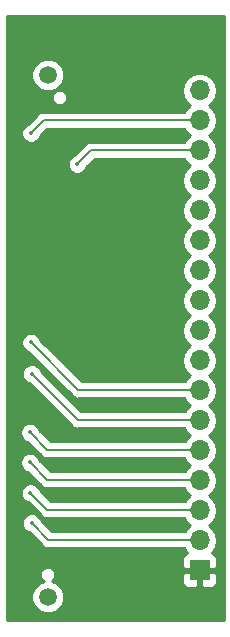
<source format=gbr>
G04 #@! TF.GenerationSoftware,KiCad,Pcbnew,5.0.0*
G04 #@! TF.CreationDate,2018-07-30T20:07:15-05:00*
G04 #@! TF.ProjectId,CardedgeBreakout,4361726465646765427265616B6F7574,rev?*
G04 #@! TF.SameCoordinates,Original*
G04 #@! TF.FileFunction,Copper,L2,Bot,Signal*
G04 #@! TF.FilePolarity,Positive*
%FSLAX46Y46*%
G04 Gerber Fmt 4.6, Leading zero omitted, Abs format (unit mm)*
G04 Created by KiCad (PCBNEW 5.0.0) date Mon Jul 30 20:07:15 2018*
%MOMM*%
%LPD*%
G01*
G04 APERTURE LIST*
G04 #@! TA.AperFunction,ComponentPad*
%ADD10C,1.500000*%
G04 #@! TD*
G04 #@! TA.AperFunction,ComponentPad*
%ADD11R,1.700000X1.700000*%
G04 #@! TD*
G04 #@! TA.AperFunction,ComponentPad*
%ADD12O,1.700000X1.700000*%
G04 #@! TD*
G04 #@! TA.AperFunction,ViaPad*
%ADD13C,0.355600*%
G04 #@! TD*
G04 #@! TA.AperFunction,Conductor*
%ADD14C,0.177800*%
G04 #@! TD*
G04 #@! TA.AperFunction,Conductor*
%ADD15C,0.254000*%
G04 #@! TD*
G04 APERTURE END LIST*
D10*
G04 #@! TO.P,P5,*
G04 #@! TO.N,*
X198348600Y-155424600D03*
X198348600Y-111224600D03*
G04 #@! TD*
D11*
G04 #@! TO.P,J4,1*
G04 #@! TO.N,+5V*
X211201000Y-153187400D03*
D12*
G04 #@! TO.P,J4,2*
G04 #@! TO.N,MIO51*
X211201000Y-150647400D03*
G04 #@! TO.P,J4,3*
G04 #@! TO.N,MIO49*
X211201000Y-148107400D03*
G04 #@! TO.P,J4,4*
G04 #@! TO.N,MIO47*
X211201000Y-145567400D03*
G04 #@! TO.P,J4,5*
G04 #@! TO.N,MIO46*
X211201000Y-143027400D03*
G04 #@! TO.P,J4,6*
G04 #@! TO.N,MIO11*
X211201000Y-140487400D03*
G04 #@! TO.P,J4,7*
G04 #@! TO.N,MIO12*
X211201000Y-137947400D03*
G04 #@! TO.P,J4,8*
G04 #@! TO.N,MIO48*
X211201000Y-135407400D03*
G04 #@! TO.P,J4,9*
G04 #@! TO.N,MIO0*
X211201000Y-132867400D03*
G04 #@! TO.P,J4,10*
G04 #@! TO.N,MIO14*
X211201000Y-130327400D03*
G04 #@! TO.P,J4,11*
G04 #@! TO.N,MIO13*
X211201000Y-127787400D03*
G04 #@! TO.P,J4,12*
G04 #@! TO.N,MIO10*
X211201000Y-125247400D03*
G04 #@! TO.P,J4,13*
G04 #@! TO.N,MIO15*
X211201000Y-122707400D03*
G04 #@! TO.P,J4,14*
G04 #@! TO.N,PWR_ENABLE*
X211201000Y-120167400D03*
G04 #@! TO.P,J4,15*
G04 #@! TO.N,PG_MODULE*
X211201000Y-117627400D03*
G04 #@! TO.P,J4,16*
G04 #@! TO.N,FPGA_DONE*
X211201000Y-115087400D03*
G04 #@! TO.P,J4,17*
G04 #@! TO.N,GND*
X211201000Y-112547400D03*
G04 #@! TD*
D13*
G04 #@! TO.N,+5V*
X198297800Y-130225800D03*
G04 #@! TO.N,MIO51*
X196977000Y-149174200D03*
G04 #@! TO.N,MIO49*
X196875400Y-146634200D03*
G04 #@! TO.N,MIO47*
X196824600Y-144043400D03*
G04 #@! TO.N,MIO46*
X196824600Y-141503400D03*
G04 #@! TO.N,MIO11*
X196977000Y-136525000D03*
G04 #@! TO.N,MIO12*
X196926200Y-133883400D03*
G04 #@! TO.N,PG_MODULE*
X200837800Y-118795800D03*
G04 #@! TO.N,FPGA_DONE*
X196926200Y-116154200D03*
G04 #@! TD*
D14*
G04 #@! TO.N,+5V*
X198297800Y-130225800D02*
X198297800Y-130175000D01*
G04 #@! TO.N,MIO51*
X198399400Y-150596600D02*
X196977000Y-149174200D01*
X210642200Y-150596600D02*
X198399400Y-150596600D01*
G04 #@! TO.N,MIO49*
X198297800Y-148056600D02*
X196875400Y-146634200D01*
X210642200Y-148056600D02*
X198297800Y-148056600D01*
G04 #@! TO.N,MIO47*
X198297800Y-145516600D02*
X196824600Y-144043400D01*
X210642200Y-145516600D02*
X198297800Y-145516600D01*
G04 #@! TO.N,MIO46*
X198297800Y-142976600D02*
X196824600Y-141503400D01*
X210642200Y-142976600D02*
X198297800Y-142976600D01*
G04 #@! TO.N,MIO11*
X200888600Y-140436600D02*
X196977000Y-136525000D01*
X210642200Y-140436600D02*
X200888600Y-140436600D01*
G04 #@! TO.N,MIO12*
X200939400Y-137896600D02*
X196926200Y-133883400D01*
X210642200Y-137896600D02*
X200939400Y-137896600D01*
G04 #@! TO.N,PG_MODULE*
X202006200Y-117627400D02*
X200837800Y-118795800D01*
X211201000Y-117627400D02*
X202006200Y-117627400D01*
G04 #@! TO.N,FPGA_DONE*
X197993000Y-115087400D02*
X196926200Y-116154200D01*
X211201000Y-115087400D02*
X197993000Y-115087400D01*
G04 #@! TD*
D15*
G04 #@! TO.N,+5V*
G36*
X213234200Y-157405000D02*
X194893000Y-157405000D01*
X194893000Y-155149106D01*
X196963600Y-155149106D01*
X196963600Y-155700094D01*
X197174453Y-156209140D01*
X197564060Y-156598747D01*
X198073106Y-156809600D01*
X198624094Y-156809600D01*
X199133140Y-156598747D01*
X199522747Y-156209140D01*
X199733600Y-155700094D01*
X199733600Y-155149106D01*
X199522747Y-154640060D01*
X199133140Y-154250453D01*
X198688319Y-154066203D01*
X198708298Y-154057927D01*
X198886927Y-153879298D01*
X198983600Y-153645909D01*
X198983600Y-153473150D01*
X209716000Y-153473150D01*
X209716000Y-154163710D01*
X209812673Y-154397099D01*
X209991302Y-154575727D01*
X210224691Y-154672400D01*
X210915250Y-154672400D01*
X211074000Y-154513650D01*
X211074000Y-153314400D01*
X211328000Y-153314400D01*
X211328000Y-154513650D01*
X211486750Y-154672400D01*
X212177309Y-154672400D01*
X212410698Y-154575727D01*
X212589327Y-154397099D01*
X212686000Y-154163710D01*
X212686000Y-153473150D01*
X212527250Y-153314400D01*
X211328000Y-153314400D01*
X211074000Y-153314400D01*
X209874750Y-153314400D01*
X209716000Y-153473150D01*
X198983600Y-153473150D01*
X198983600Y-153393291D01*
X198886927Y-153159902D01*
X198708298Y-152981273D01*
X198474909Y-152884600D01*
X198222291Y-152884600D01*
X197988902Y-152981273D01*
X197810273Y-153159902D01*
X197713600Y-153393291D01*
X197713600Y-153645909D01*
X197810273Y-153879298D01*
X197988902Y-154057927D01*
X198008881Y-154066203D01*
X197564060Y-154250453D01*
X197174453Y-154640060D01*
X196963600Y-155149106D01*
X194893000Y-155149106D01*
X194893000Y-141341724D01*
X196011800Y-141341724D01*
X196011800Y-141665076D01*
X196135541Y-141963814D01*
X196364186Y-142192459D01*
X196578811Y-142281359D01*
X197735509Y-143438058D01*
X197775897Y-143498503D01*
X198015348Y-143658499D01*
X198226502Y-143700500D01*
X198226503Y-143700500D01*
X198297799Y-143714682D01*
X198369096Y-143700500D01*
X209864757Y-143700500D01*
X210130375Y-144098025D01*
X210428761Y-144297400D01*
X210130375Y-144496775D01*
X209932644Y-144792700D01*
X198597649Y-144792700D01*
X197602559Y-143797611D01*
X197513659Y-143582986D01*
X197285014Y-143354341D01*
X196986276Y-143230600D01*
X196662924Y-143230600D01*
X196364186Y-143354341D01*
X196135541Y-143582986D01*
X196011800Y-143881724D01*
X196011800Y-144205076D01*
X196135541Y-144503814D01*
X196364186Y-144732459D01*
X196578811Y-144821359D01*
X197735509Y-145978058D01*
X197775897Y-146038503D01*
X198015348Y-146198499D01*
X198226502Y-146240500D01*
X198226503Y-146240500D01*
X198297799Y-146254682D01*
X198369096Y-146240500D01*
X209864757Y-146240500D01*
X210130375Y-146638025D01*
X210428761Y-146837400D01*
X210130375Y-147036775D01*
X209932644Y-147332700D01*
X198597649Y-147332700D01*
X197653359Y-146388411D01*
X197564459Y-146173786D01*
X197335814Y-145945141D01*
X197037076Y-145821400D01*
X196713724Y-145821400D01*
X196414986Y-145945141D01*
X196186341Y-146173786D01*
X196062600Y-146472524D01*
X196062600Y-146795876D01*
X196186341Y-147094614D01*
X196414986Y-147323259D01*
X196629611Y-147412159D01*
X197735509Y-148518058D01*
X197775897Y-148578503D01*
X198015348Y-148738499D01*
X198226502Y-148780500D01*
X198226503Y-148780500D01*
X198297799Y-148794682D01*
X198369096Y-148780500D01*
X209864757Y-148780500D01*
X210130375Y-149178025D01*
X210428761Y-149377400D01*
X210130375Y-149576775D01*
X209932644Y-149872700D01*
X198699249Y-149872700D01*
X197754959Y-148928411D01*
X197666059Y-148713786D01*
X197437414Y-148485141D01*
X197138676Y-148361400D01*
X196815324Y-148361400D01*
X196516586Y-148485141D01*
X196287941Y-148713786D01*
X196164200Y-149012524D01*
X196164200Y-149335876D01*
X196287941Y-149634614D01*
X196516586Y-149863259D01*
X196731211Y-149952159D01*
X197837109Y-151058058D01*
X197877497Y-151118503D01*
X198116948Y-151278499D01*
X198328102Y-151320500D01*
X198328103Y-151320500D01*
X198399399Y-151334682D01*
X198470696Y-151320500D01*
X209864757Y-151320500D01*
X210130375Y-151718025D01*
X210152033Y-151732496D01*
X209991302Y-151799073D01*
X209812673Y-151977701D01*
X209716000Y-152211090D01*
X209716000Y-152901650D01*
X209874750Y-153060400D01*
X211074000Y-153060400D01*
X211074000Y-153040400D01*
X211328000Y-153040400D01*
X211328000Y-153060400D01*
X212527250Y-153060400D01*
X212686000Y-152901650D01*
X212686000Y-152211090D01*
X212589327Y-151977701D01*
X212410698Y-151799073D01*
X212249967Y-151732496D01*
X212271625Y-151718025D01*
X212599839Y-151226818D01*
X212715092Y-150647400D01*
X212599839Y-150067982D01*
X212271625Y-149576775D01*
X211973239Y-149377400D01*
X212271625Y-149178025D01*
X212599839Y-148686818D01*
X212715092Y-148107400D01*
X212599839Y-147527982D01*
X212271625Y-147036775D01*
X211973239Y-146837400D01*
X212271625Y-146638025D01*
X212599839Y-146146818D01*
X212715092Y-145567400D01*
X212599839Y-144987982D01*
X212271625Y-144496775D01*
X211973239Y-144297400D01*
X212271625Y-144098025D01*
X212599839Y-143606818D01*
X212715092Y-143027400D01*
X212599839Y-142447982D01*
X212271625Y-141956775D01*
X211973239Y-141757400D01*
X212271625Y-141558025D01*
X212599839Y-141066818D01*
X212715092Y-140487400D01*
X212599839Y-139907982D01*
X212271625Y-139416775D01*
X211973239Y-139217400D01*
X212271625Y-139018025D01*
X212599839Y-138526818D01*
X212715092Y-137947400D01*
X212599839Y-137367982D01*
X212271625Y-136876775D01*
X211973239Y-136677400D01*
X212271625Y-136478025D01*
X212599839Y-135986818D01*
X212715092Y-135407400D01*
X212599839Y-134827982D01*
X212271625Y-134336775D01*
X211973239Y-134137400D01*
X212271625Y-133938025D01*
X212599839Y-133446818D01*
X212715092Y-132867400D01*
X212599839Y-132287982D01*
X212271625Y-131796775D01*
X211973239Y-131597400D01*
X212271625Y-131398025D01*
X212599839Y-130906818D01*
X212715092Y-130327400D01*
X212599839Y-129747982D01*
X212271625Y-129256775D01*
X211973239Y-129057400D01*
X212271625Y-128858025D01*
X212599839Y-128366818D01*
X212715092Y-127787400D01*
X212599839Y-127207982D01*
X212271625Y-126716775D01*
X211973239Y-126517400D01*
X212271625Y-126318025D01*
X212599839Y-125826818D01*
X212715092Y-125247400D01*
X212599839Y-124667982D01*
X212271625Y-124176775D01*
X211973239Y-123977400D01*
X212271625Y-123778025D01*
X212599839Y-123286818D01*
X212715092Y-122707400D01*
X212599839Y-122127982D01*
X212271625Y-121636775D01*
X211973239Y-121437400D01*
X212271625Y-121238025D01*
X212599839Y-120746818D01*
X212715092Y-120167400D01*
X212599839Y-119587982D01*
X212271625Y-119096775D01*
X211973239Y-118897400D01*
X212271625Y-118698025D01*
X212599839Y-118206818D01*
X212715092Y-117627400D01*
X212599839Y-117047982D01*
X212271625Y-116556775D01*
X211973239Y-116357400D01*
X212271625Y-116158025D01*
X212599839Y-115666818D01*
X212715092Y-115087400D01*
X212599839Y-114507982D01*
X212271625Y-114016775D01*
X211973239Y-113817400D01*
X212271625Y-113618025D01*
X212599839Y-113126818D01*
X212715092Y-112547400D01*
X212599839Y-111967982D01*
X212271625Y-111476775D01*
X211780418Y-111148561D01*
X211347256Y-111062400D01*
X211054744Y-111062400D01*
X210621582Y-111148561D01*
X210130375Y-111476775D01*
X209802161Y-111967982D01*
X209686908Y-112547400D01*
X209802161Y-113126818D01*
X210130375Y-113618025D01*
X210428761Y-113817400D01*
X210130375Y-114016775D01*
X209898701Y-114363500D01*
X198064297Y-114363500D01*
X197992999Y-114349318D01*
X197710548Y-114405501D01*
X197471097Y-114565497D01*
X197430709Y-114625942D01*
X196680411Y-115376241D01*
X196465786Y-115465141D01*
X196237141Y-115693786D01*
X196113400Y-115992524D01*
X196113400Y-116315876D01*
X196237141Y-116614614D01*
X196465786Y-116843259D01*
X196764524Y-116967000D01*
X197087876Y-116967000D01*
X197386614Y-116843259D01*
X197615259Y-116614614D01*
X197704159Y-116399989D01*
X198292849Y-115811300D01*
X209898701Y-115811300D01*
X210130375Y-116158025D01*
X210428761Y-116357400D01*
X210130375Y-116556775D01*
X209898701Y-116903500D01*
X202077497Y-116903500D01*
X202006199Y-116889318D01*
X201723748Y-116945501D01*
X201484297Y-117105497D01*
X201443909Y-117165942D01*
X200592011Y-118017841D01*
X200377386Y-118106741D01*
X200148741Y-118335386D01*
X200025000Y-118634124D01*
X200025000Y-118957476D01*
X200148741Y-119256214D01*
X200377386Y-119484859D01*
X200676124Y-119608600D01*
X200999476Y-119608600D01*
X201298214Y-119484859D01*
X201526859Y-119256214D01*
X201615759Y-119041589D01*
X202306049Y-118351300D01*
X209898701Y-118351300D01*
X210130375Y-118698025D01*
X210428761Y-118897400D01*
X210130375Y-119096775D01*
X209802161Y-119587982D01*
X209686908Y-120167400D01*
X209802161Y-120746818D01*
X210130375Y-121238025D01*
X210428761Y-121437400D01*
X210130375Y-121636775D01*
X209802161Y-122127982D01*
X209686908Y-122707400D01*
X209802161Y-123286818D01*
X210130375Y-123778025D01*
X210428761Y-123977400D01*
X210130375Y-124176775D01*
X209802161Y-124667982D01*
X209686908Y-125247400D01*
X209802161Y-125826818D01*
X210130375Y-126318025D01*
X210428761Y-126517400D01*
X210130375Y-126716775D01*
X209802161Y-127207982D01*
X209686908Y-127787400D01*
X209802161Y-128366818D01*
X210130375Y-128858025D01*
X210428761Y-129057400D01*
X210130375Y-129256775D01*
X209802161Y-129747982D01*
X209686908Y-130327400D01*
X209802161Y-130906818D01*
X210130375Y-131398025D01*
X210428761Y-131597400D01*
X210130375Y-131796775D01*
X209802161Y-132287982D01*
X209686908Y-132867400D01*
X209802161Y-133446818D01*
X210130375Y-133938025D01*
X210428761Y-134137400D01*
X210130375Y-134336775D01*
X209802161Y-134827982D01*
X209686908Y-135407400D01*
X209802161Y-135986818D01*
X210130375Y-136478025D01*
X210428761Y-136677400D01*
X210130375Y-136876775D01*
X209932644Y-137172700D01*
X201239249Y-137172700D01*
X197704160Y-133637611D01*
X197615259Y-133422986D01*
X197386614Y-133194341D01*
X197087876Y-133070600D01*
X196764524Y-133070600D01*
X196465786Y-133194341D01*
X196237141Y-133422986D01*
X196113400Y-133721724D01*
X196113400Y-134045076D01*
X196237141Y-134343814D01*
X196465786Y-134572459D01*
X196680411Y-134661360D01*
X200377109Y-138358058D01*
X200417497Y-138418503D01*
X200579602Y-138526818D01*
X200656948Y-138578499D01*
X200939400Y-138634682D01*
X201010698Y-138620500D01*
X209864757Y-138620500D01*
X210130375Y-139018025D01*
X210428761Y-139217400D01*
X210130375Y-139416775D01*
X209932644Y-139712700D01*
X201188450Y-139712700D01*
X197754959Y-136279211D01*
X197666059Y-136064586D01*
X197437414Y-135835941D01*
X197138676Y-135712200D01*
X196815324Y-135712200D01*
X196516586Y-135835941D01*
X196287941Y-136064586D01*
X196164200Y-136363324D01*
X196164200Y-136686676D01*
X196287941Y-136985414D01*
X196516586Y-137214059D01*
X196731211Y-137302959D01*
X200326311Y-140898061D01*
X200366697Y-140958503D01*
X200427139Y-140998889D01*
X200427140Y-140998890D01*
X200606148Y-141118499D01*
X200888600Y-141174682D01*
X200959898Y-141160500D01*
X209864757Y-141160500D01*
X210130375Y-141558025D01*
X210428761Y-141757400D01*
X210130375Y-141956775D01*
X209932644Y-142252700D01*
X198597649Y-142252700D01*
X197602559Y-141257611D01*
X197513659Y-141042986D01*
X197285014Y-140814341D01*
X196986276Y-140690600D01*
X196662924Y-140690600D01*
X196364186Y-140814341D01*
X196135541Y-141042986D01*
X196011800Y-141341724D01*
X194893000Y-141341724D01*
X194893000Y-113003291D01*
X198713600Y-113003291D01*
X198713600Y-113255909D01*
X198810273Y-113489298D01*
X198988902Y-113667927D01*
X199222291Y-113764600D01*
X199474909Y-113764600D01*
X199708298Y-113667927D01*
X199886927Y-113489298D01*
X199983600Y-113255909D01*
X199983600Y-113003291D01*
X199886927Y-112769902D01*
X199708298Y-112591273D01*
X199474909Y-112494600D01*
X199222291Y-112494600D01*
X198988902Y-112591273D01*
X198810273Y-112769902D01*
X198713600Y-113003291D01*
X194893000Y-113003291D01*
X194893000Y-110949106D01*
X196963600Y-110949106D01*
X196963600Y-111500094D01*
X197174453Y-112009140D01*
X197564060Y-112398747D01*
X198073106Y-112609600D01*
X198624094Y-112609600D01*
X199133140Y-112398747D01*
X199522747Y-112009140D01*
X199733600Y-111500094D01*
X199733600Y-110949106D01*
X199522747Y-110440060D01*
X199133140Y-110050453D01*
X198624094Y-109839600D01*
X198073106Y-109839600D01*
X197564060Y-110050453D01*
X197174453Y-110440060D01*
X196963600Y-110949106D01*
X194893000Y-110949106D01*
X194893000Y-106247000D01*
X213234201Y-106247000D01*
X213234200Y-157405000D01*
X213234200Y-157405000D01*
G37*
X213234200Y-157405000D02*
X194893000Y-157405000D01*
X194893000Y-155149106D01*
X196963600Y-155149106D01*
X196963600Y-155700094D01*
X197174453Y-156209140D01*
X197564060Y-156598747D01*
X198073106Y-156809600D01*
X198624094Y-156809600D01*
X199133140Y-156598747D01*
X199522747Y-156209140D01*
X199733600Y-155700094D01*
X199733600Y-155149106D01*
X199522747Y-154640060D01*
X199133140Y-154250453D01*
X198688319Y-154066203D01*
X198708298Y-154057927D01*
X198886927Y-153879298D01*
X198983600Y-153645909D01*
X198983600Y-153473150D01*
X209716000Y-153473150D01*
X209716000Y-154163710D01*
X209812673Y-154397099D01*
X209991302Y-154575727D01*
X210224691Y-154672400D01*
X210915250Y-154672400D01*
X211074000Y-154513650D01*
X211074000Y-153314400D01*
X211328000Y-153314400D01*
X211328000Y-154513650D01*
X211486750Y-154672400D01*
X212177309Y-154672400D01*
X212410698Y-154575727D01*
X212589327Y-154397099D01*
X212686000Y-154163710D01*
X212686000Y-153473150D01*
X212527250Y-153314400D01*
X211328000Y-153314400D01*
X211074000Y-153314400D01*
X209874750Y-153314400D01*
X209716000Y-153473150D01*
X198983600Y-153473150D01*
X198983600Y-153393291D01*
X198886927Y-153159902D01*
X198708298Y-152981273D01*
X198474909Y-152884600D01*
X198222291Y-152884600D01*
X197988902Y-152981273D01*
X197810273Y-153159902D01*
X197713600Y-153393291D01*
X197713600Y-153645909D01*
X197810273Y-153879298D01*
X197988902Y-154057927D01*
X198008881Y-154066203D01*
X197564060Y-154250453D01*
X197174453Y-154640060D01*
X196963600Y-155149106D01*
X194893000Y-155149106D01*
X194893000Y-141341724D01*
X196011800Y-141341724D01*
X196011800Y-141665076D01*
X196135541Y-141963814D01*
X196364186Y-142192459D01*
X196578811Y-142281359D01*
X197735509Y-143438058D01*
X197775897Y-143498503D01*
X198015348Y-143658499D01*
X198226502Y-143700500D01*
X198226503Y-143700500D01*
X198297799Y-143714682D01*
X198369096Y-143700500D01*
X209864757Y-143700500D01*
X210130375Y-144098025D01*
X210428761Y-144297400D01*
X210130375Y-144496775D01*
X209932644Y-144792700D01*
X198597649Y-144792700D01*
X197602559Y-143797611D01*
X197513659Y-143582986D01*
X197285014Y-143354341D01*
X196986276Y-143230600D01*
X196662924Y-143230600D01*
X196364186Y-143354341D01*
X196135541Y-143582986D01*
X196011800Y-143881724D01*
X196011800Y-144205076D01*
X196135541Y-144503814D01*
X196364186Y-144732459D01*
X196578811Y-144821359D01*
X197735509Y-145978058D01*
X197775897Y-146038503D01*
X198015348Y-146198499D01*
X198226502Y-146240500D01*
X198226503Y-146240500D01*
X198297799Y-146254682D01*
X198369096Y-146240500D01*
X209864757Y-146240500D01*
X210130375Y-146638025D01*
X210428761Y-146837400D01*
X210130375Y-147036775D01*
X209932644Y-147332700D01*
X198597649Y-147332700D01*
X197653359Y-146388411D01*
X197564459Y-146173786D01*
X197335814Y-145945141D01*
X197037076Y-145821400D01*
X196713724Y-145821400D01*
X196414986Y-145945141D01*
X196186341Y-146173786D01*
X196062600Y-146472524D01*
X196062600Y-146795876D01*
X196186341Y-147094614D01*
X196414986Y-147323259D01*
X196629611Y-147412159D01*
X197735509Y-148518058D01*
X197775897Y-148578503D01*
X198015348Y-148738499D01*
X198226502Y-148780500D01*
X198226503Y-148780500D01*
X198297799Y-148794682D01*
X198369096Y-148780500D01*
X209864757Y-148780500D01*
X210130375Y-149178025D01*
X210428761Y-149377400D01*
X210130375Y-149576775D01*
X209932644Y-149872700D01*
X198699249Y-149872700D01*
X197754959Y-148928411D01*
X197666059Y-148713786D01*
X197437414Y-148485141D01*
X197138676Y-148361400D01*
X196815324Y-148361400D01*
X196516586Y-148485141D01*
X196287941Y-148713786D01*
X196164200Y-149012524D01*
X196164200Y-149335876D01*
X196287941Y-149634614D01*
X196516586Y-149863259D01*
X196731211Y-149952159D01*
X197837109Y-151058058D01*
X197877497Y-151118503D01*
X198116948Y-151278499D01*
X198328102Y-151320500D01*
X198328103Y-151320500D01*
X198399399Y-151334682D01*
X198470696Y-151320500D01*
X209864757Y-151320500D01*
X210130375Y-151718025D01*
X210152033Y-151732496D01*
X209991302Y-151799073D01*
X209812673Y-151977701D01*
X209716000Y-152211090D01*
X209716000Y-152901650D01*
X209874750Y-153060400D01*
X211074000Y-153060400D01*
X211074000Y-153040400D01*
X211328000Y-153040400D01*
X211328000Y-153060400D01*
X212527250Y-153060400D01*
X212686000Y-152901650D01*
X212686000Y-152211090D01*
X212589327Y-151977701D01*
X212410698Y-151799073D01*
X212249967Y-151732496D01*
X212271625Y-151718025D01*
X212599839Y-151226818D01*
X212715092Y-150647400D01*
X212599839Y-150067982D01*
X212271625Y-149576775D01*
X211973239Y-149377400D01*
X212271625Y-149178025D01*
X212599839Y-148686818D01*
X212715092Y-148107400D01*
X212599839Y-147527982D01*
X212271625Y-147036775D01*
X211973239Y-146837400D01*
X212271625Y-146638025D01*
X212599839Y-146146818D01*
X212715092Y-145567400D01*
X212599839Y-144987982D01*
X212271625Y-144496775D01*
X211973239Y-144297400D01*
X212271625Y-144098025D01*
X212599839Y-143606818D01*
X212715092Y-143027400D01*
X212599839Y-142447982D01*
X212271625Y-141956775D01*
X211973239Y-141757400D01*
X212271625Y-141558025D01*
X212599839Y-141066818D01*
X212715092Y-140487400D01*
X212599839Y-139907982D01*
X212271625Y-139416775D01*
X211973239Y-139217400D01*
X212271625Y-139018025D01*
X212599839Y-138526818D01*
X212715092Y-137947400D01*
X212599839Y-137367982D01*
X212271625Y-136876775D01*
X211973239Y-136677400D01*
X212271625Y-136478025D01*
X212599839Y-135986818D01*
X212715092Y-135407400D01*
X212599839Y-134827982D01*
X212271625Y-134336775D01*
X211973239Y-134137400D01*
X212271625Y-133938025D01*
X212599839Y-133446818D01*
X212715092Y-132867400D01*
X212599839Y-132287982D01*
X212271625Y-131796775D01*
X211973239Y-131597400D01*
X212271625Y-131398025D01*
X212599839Y-130906818D01*
X212715092Y-130327400D01*
X212599839Y-129747982D01*
X212271625Y-129256775D01*
X211973239Y-129057400D01*
X212271625Y-128858025D01*
X212599839Y-128366818D01*
X212715092Y-127787400D01*
X212599839Y-127207982D01*
X212271625Y-126716775D01*
X211973239Y-126517400D01*
X212271625Y-126318025D01*
X212599839Y-125826818D01*
X212715092Y-125247400D01*
X212599839Y-124667982D01*
X212271625Y-124176775D01*
X211973239Y-123977400D01*
X212271625Y-123778025D01*
X212599839Y-123286818D01*
X212715092Y-122707400D01*
X212599839Y-122127982D01*
X212271625Y-121636775D01*
X211973239Y-121437400D01*
X212271625Y-121238025D01*
X212599839Y-120746818D01*
X212715092Y-120167400D01*
X212599839Y-119587982D01*
X212271625Y-119096775D01*
X211973239Y-118897400D01*
X212271625Y-118698025D01*
X212599839Y-118206818D01*
X212715092Y-117627400D01*
X212599839Y-117047982D01*
X212271625Y-116556775D01*
X211973239Y-116357400D01*
X212271625Y-116158025D01*
X212599839Y-115666818D01*
X212715092Y-115087400D01*
X212599839Y-114507982D01*
X212271625Y-114016775D01*
X211973239Y-113817400D01*
X212271625Y-113618025D01*
X212599839Y-113126818D01*
X212715092Y-112547400D01*
X212599839Y-111967982D01*
X212271625Y-111476775D01*
X211780418Y-111148561D01*
X211347256Y-111062400D01*
X211054744Y-111062400D01*
X210621582Y-111148561D01*
X210130375Y-111476775D01*
X209802161Y-111967982D01*
X209686908Y-112547400D01*
X209802161Y-113126818D01*
X210130375Y-113618025D01*
X210428761Y-113817400D01*
X210130375Y-114016775D01*
X209898701Y-114363500D01*
X198064297Y-114363500D01*
X197992999Y-114349318D01*
X197710548Y-114405501D01*
X197471097Y-114565497D01*
X197430709Y-114625942D01*
X196680411Y-115376241D01*
X196465786Y-115465141D01*
X196237141Y-115693786D01*
X196113400Y-115992524D01*
X196113400Y-116315876D01*
X196237141Y-116614614D01*
X196465786Y-116843259D01*
X196764524Y-116967000D01*
X197087876Y-116967000D01*
X197386614Y-116843259D01*
X197615259Y-116614614D01*
X197704159Y-116399989D01*
X198292849Y-115811300D01*
X209898701Y-115811300D01*
X210130375Y-116158025D01*
X210428761Y-116357400D01*
X210130375Y-116556775D01*
X209898701Y-116903500D01*
X202077497Y-116903500D01*
X202006199Y-116889318D01*
X201723748Y-116945501D01*
X201484297Y-117105497D01*
X201443909Y-117165942D01*
X200592011Y-118017841D01*
X200377386Y-118106741D01*
X200148741Y-118335386D01*
X200025000Y-118634124D01*
X200025000Y-118957476D01*
X200148741Y-119256214D01*
X200377386Y-119484859D01*
X200676124Y-119608600D01*
X200999476Y-119608600D01*
X201298214Y-119484859D01*
X201526859Y-119256214D01*
X201615759Y-119041589D01*
X202306049Y-118351300D01*
X209898701Y-118351300D01*
X210130375Y-118698025D01*
X210428761Y-118897400D01*
X210130375Y-119096775D01*
X209802161Y-119587982D01*
X209686908Y-120167400D01*
X209802161Y-120746818D01*
X210130375Y-121238025D01*
X210428761Y-121437400D01*
X210130375Y-121636775D01*
X209802161Y-122127982D01*
X209686908Y-122707400D01*
X209802161Y-123286818D01*
X210130375Y-123778025D01*
X210428761Y-123977400D01*
X210130375Y-124176775D01*
X209802161Y-124667982D01*
X209686908Y-125247400D01*
X209802161Y-125826818D01*
X210130375Y-126318025D01*
X210428761Y-126517400D01*
X210130375Y-126716775D01*
X209802161Y-127207982D01*
X209686908Y-127787400D01*
X209802161Y-128366818D01*
X210130375Y-128858025D01*
X210428761Y-129057400D01*
X210130375Y-129256775D01*
X209802161Y-129747982D01*
X209686908Y-130327400D01*
X209802161Y-130906818D01*
X210130375Y-131398025D01*
X210428761Y-131597400D01*
X210130375Y-131796775D01*
X209802161Y-132287982D01*
X209686908Y-132867400D01*
X209802161Y-133446818D01*
X210130375Y-133938025D01*
X210428761Y-134137400D01*
X210130375Y-134336775D01*
X209802161Y-134827982D01*
X209686908Y-135407400D01*
X209802161Y-135986818D01*
X210130375Y-136478025D01*
X210428761Y-136677400D01*
X210130375Y-136876775D01*
X209932644Y-137172700D01*
X201239249Y-137172700D01*
X197704160Y-133637611D01*
X197615259Y-133422986D01*
X197386614Y-133194341D01*
X197087876Y-133070600D01*
X196764524Y-133070600D01*
X196465786Y-133194341D01*
X196237141Y-133422986D01*
X196113400Y-133721724D01*
X196113400Y-134045076D01*
X196237141Y-134343814D01*
X196465786Y-134572459D01*
X196680411Y-134661360D01*
X200377109Y-138358058D01*
X200417497Y-138418503D01*
X200579602Y-138526818D01*
X200656948Y-138578499D01*
X200939400Y-138634682D01*
X201010698Y-138620500D01*
X209864757Y-138620500D01*
X210130375Y-139018025D01*
X210428761Y-139217400D01*
X210130375Y-139416775D01*
X209932644Y-139712700D01*
X201188450Y-139712700D01*
X197754959Y-136279211D01*
X197666059Y-136064586D01*
X197437414Y-135835941D01*
X197138676Y-135712200D01*
X196815324Y-135712200D01*
X196516586Y-135835941D01*
X196287941Y-136064586D01*
X196164200Y-136363324D01*
X196164200Y-136686676D01*
X196287941Y-136985414D01*
X196516586Y-137214059D01*
X196731211Y-137302959D01*
X200326311Y-140898061D01*
X200366697Y-140958503D01*
X200427139Y-140998889D01*
X200427140Y-140998890D01*
X200606148Y-141118499D01*
X200888600Y-141174682D01*
X200959898Y-141160500D01*
X209864757Y-141160500D01*
X210130375Y-141558025D01*
X210428761Y-141757400D01*
X210130375Y-141956775D01*
X209932644Y-142252700D01*
X198597649Y-142252700D01*
X197602559Y-141257611D01*
X197513659Y-141042986D01*
X197285014Y-140814341D01*
X196986276Y-140690600D01*
X196662924Y-140690600D01*
X196364186Y-140814341D01*
X196135541Y-141042986D01*
X196011800Y-141341724D01*
X194893000Y-141341724D01*
X194893000Y-113003291D01*
X198713600Y-113003291D01*
X198713600Y-113255909D01*
X198810273Y-113489298D01*
X198988902Y-113667927D01*
X199222291Y-113764600D01*
X199474909Y-113764600D01*
X199708298Y-113667927D01*
X199886927Y-113489298D01*
X199983600Y-113255909D01*
X199983600Y-113003291D01*
X199886927Y-112769902D01*
X199708298Y-112591273D01*
X199474909Y-112494600D01*
X199222291Y-112494600D01*
X198988902Y-112591273D01*
X198810273Y-112769902D01*
X198713600Y-113003291D01*
X194893000Y-113003291D01*
X194893000Y-110949106D01*
X196963600Y-110949106D01*
X196963600Y-111500094D01*
X197174453Y-112009140D01*
X197564060Y-112398747D01*
X198073106Y-112609600D01*
X198624094Y-112609600D01*
X199133140Y-112398747D01*
X199522747Y-112009140D01*
X199733600Y-111500094D01*
X199733600Y-110949106D01*
X199522747Y-110440060D01*
X199133140Y-110050453D01*
X198624094Y-109839600D01*
X198073106Y-109839600D01*
X197564060Y-110050453D01*
X197174453Y-110440060D01*
X196963600Y-110949106D01*
X194893000Y-110949106D01*
X194893000Y-106247000D01*
X213234201Y-106247000D01*
X213234200Y-157405000D01*
G04 #@! TD*
M02*

</source>
